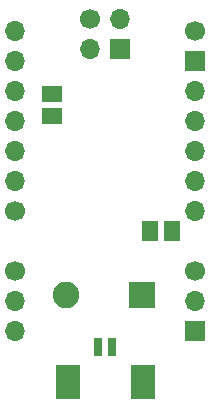
<source format=gts>
%TF.GenerationSoftware,KiCad,Pcbnew,8.0.3*%
%TF.CreationDate,2024-08-04T12:38:51+02:00*%
%TF.ProjectId,xiao_nrf52840_breakout,7869616f-5f6e-4726-9635-323834305f62,rev?*%
%TF.SameCoordinates,Original*%
%TF.FileFunction,Soldermask,Top*%
%TF.FilePolarity,Negative*%
%FSLAX46Y46*%
G04 Gerber Fmt 4.6, Leading zero omitted, Abs format (unit mm)*
G04 Created by KiCad (PCBNEW 8.0.3) date 2024-08-04 12:38:51*
%MOMM*%
%LPD*%
G01*
G04 APERTURE LIST*
%ADD10C,1.700000*%
%ADD11O,1.700000X1.700000*%
%ADD12R,1.700000X1.700000*%
%ADD13R,1.700000X1.400000*%
%ADD14C,2.250000*%
%ADD15R,2.250000X2.250000*%
%ADD16R,1.400000X1.700000*%
%ADD17R,0.800000X1.600000*%
%ADD18R,2.100000X3.000000*%
G04 APERTURE END LIST*
D10*
%TO.C,J6*%
X155229912Y-95960000D03*
D11*
X157769912Y-95960000D03*
X155229912Y-98500000D03*
D12*
X157769912Y-98500000D03*
%TD*%
D13*
%TO.C,J10*%
X152009409Y-104200000D03*
%TD*%
%TO.C,J9*%
X152000000Y-102280000D03*
%TD*%
D14*
%TO.C,SW1*%
X153169776Y-119338705D03*
D15*
X159669776Y-119338705D03*
%TD*%
D16*
%TO.C,J8*%
X160300000Y-113880000D03*
%TD*%
D10*
%TO.C,J3*%
X164108391Y-96981453D03*
D12*
X164108391Y-99521453D03*
D11*
X164108391Y-102061453D03*
X164108391Y-104601453D03*
X164108391Y-107141453D03*
X164108391Y-109681453D03*
X164108391Y-112221453D03*
%TD*%
D17*
%TO.C,J1*%
X155880000Y-123740000D03*
X157130000Y-123740000D03*
D18*
X153330000Y-126640000D03*
X159680000Y-126640000D03*
%TD*%
D10*
%TO.C,J7*%
X148890000Y-117300000D03*
D11*
X148890000Y-119840000D03*
X148890000Y-122380000D03*
%TD*%
D10*
%TO.C,J5*%
X164090000Y-117300000D03*
D11*
X164090000Y-119840000D03*
D12*
X164090000Y-122380000D03*
%TD*%
D16*
%TO.C,J4*%
X162200000Y-113880000D03*
%TD*%
D10*
%TO.C,J2*%
X148886092Y-112221453D03*
D11*
X148886092Y-109681453D03*
X148886092Y-107141453D03*
X148886092Y-104601453D03*
X148886092Y-102061453D03*
X148886092Y-99521453D03*
X148886092Y-96981453D03*
%TD*%
M02*

</source>
